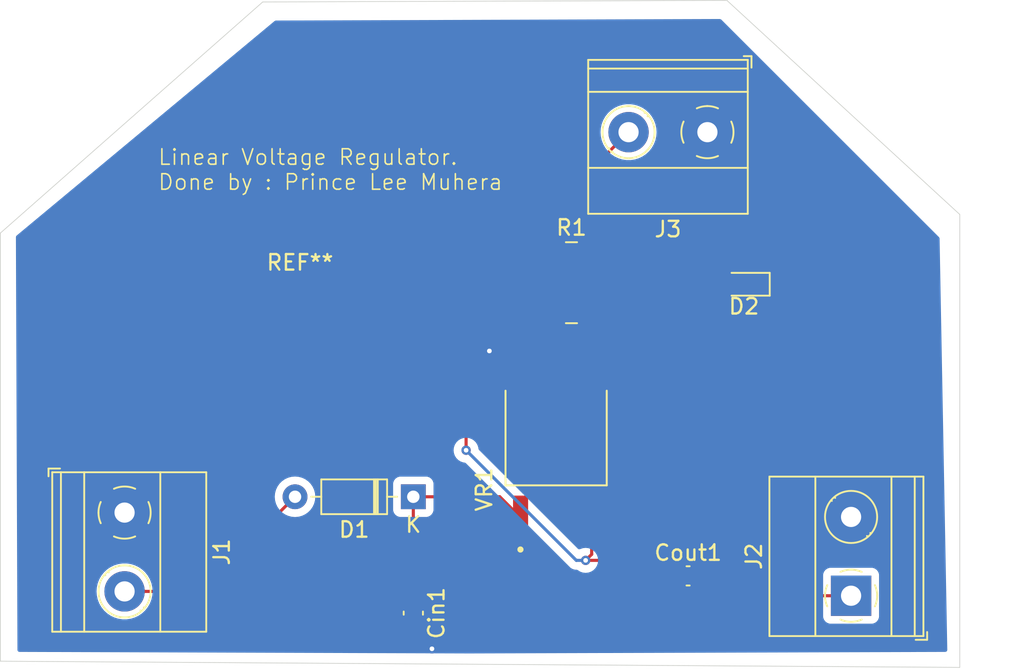
<source format=kicad_pcb>
(kicad_pcb (version 20240108) (generator "pcbnew") (generator_version "8.0")
  (title_block (title "LVR") (date "2024-07-08") (company "Prince Lee Muhera"))
  (layers (0 "F.Cu" signal) (31 "B.Cu" power "GnD") (34 "B.Paste" user) (35 "F.Paste" user) (36 "B.SilkS" user "B.Silkscreen") (37 "F.SilkS" user "F.Silkscreen") (38 "B.Mask" user) (39 "F.Mask" user) (44 "Edge.Cuts" user))
  (net 0 "")
  (net 1 "GND")
  (net 2 "Net-(D1-K)")
  (net 3 "+5V")
  (net 4 "Net-(D1-A)")
  (net 5 "Net-(D2-A)")
  (footprint "LVR module:TO229P990X252-3N" (layer "F.Cu") (at 127.6 66.4 90)
    (property "Reference" "VR1" (at -2.325 -4.635 90) (layer "F.SilkS"))
    (property "Value" "UA78M33CKVURG3")
    (fp_line (start 4.037 -3.26) (end -2.063 -3.26) (stroke (width 0.127)) (layer "F.SilkS"))
    (fp_line (start -2.063 -3.26) (end -2.063 3.26) (stroke (width 0.127)) (layer "F.SilkS"))
    (fp_line (start -2.063 3.26) (end 4.037 3.26) (stroke (width 0.127)) (layer "F.SilkS"))
    (fp_circle (center -6.2 -2.3) (end -6.1 -2.3) (stroke (width 0.2)) (fill none) (layer "F.SilkS"))
    (pad "1" smd rect (at -4.14 -2.29 90) (size 2.83 0.97) (layers "F.Cu" "F.Paste" "F.Mask") (net 2 "Net-(D1-K)"))
    (pad "3" smd rect (at -4.14 2.29 90) (size 2.83 0.97) (layers "F.Cu" "F.Paste" "F.Mask") (net 3 "+5V"))
    (pad "4" smd rect (at 2.51 0 90) (size 6.1 5.63) (layers "F.Cu" "F.Mask") (net 1 "GND"))
  )
  (footprint "Capacitor_SMD:C_0504_1310Metric_Pad0.83x1.28mm_HandSolder" (layer "F.Cu") (at 118.4 76.7 -90)
    (property "Reference" "Cin1" (at 0 -1.49 90) (layer "F.SilkS"))
    (property "Value" "0.33uF")
    (fp_line (start -0.101969 0.62) (end 0.101969 0.62) (stroke (width 0.12)) (layer "F.SilkS"))
    (fp_line (start -0.101969 -0.62) (end 0.101969 -0.62) (stroke (width 0.12)) (layer "F.SilkS"))
    (pad "1" smd roundrect (at -0.6275 0 270) (size 0.835 1.28) (layers "F.Cu" "F.Paste" "F.Mask") (net 2 "Net-(D1-K)"))
    (pad "2" smd roundrect (at 0.6275 0 270) (size 0.835 1.28) (layers "F.Cu" "F.Paste" "F.Mask") (net 1 "GND"))
  )
  (footprint "Diode_THT:D_DO-35_SOD27_P7.62mm_Horizontal" (layer "F.Cu") (at 118.4 69.2 180)
    (property "Reference" "D1" (at 3.81 -2.12 360) (layer "F.SilkS"))
    (property "Value" "1N4151")
    (fp_line (start 6.58 0) (end 5.93 0) (stroke (width 0.12)) (layer "F.SilkS"))
    (fp_line (start 5.93 1.12) (end 5.93 -1.12) (stroke (width 0.12)) (layer "F.SilkS"))
    (fp_line (start 5.93 -1.12) (end 1.69 -1.12) (stroke (width 0.12)) (layer "F.SilkS"))
    (fp_line (start 2.53 -1.12) (end 2.53 1.12) (stroke (width 0.12)) (layer "F.SilkS"))
    (fp_line (start 2.41 -1.12) (end 2.41 1.12) (stroke (width 0.12)) (layer "F.SilkS"))
    (fp_line (start 2.29 -1.12) (end 2.29 1.12) (stroke (width 0.12)) (layer "F.SilkS"))
    (fp_line (start 1.69 1.12) (end 5.93 1.12) (stroke (width 0.12)) (layer "F.SilkS"))
    (fp_line (start 1.69 -1.12) (end 1.69 1.12) (stroke (width 0.12)) (layer "F.SilkS"))
    (fp_line (start 1.04 0) (end 1.69 0) (stroke (width 0.12)) (layer "F.SilkS"))
    (fp_text user "K" (at 0 -1.8 360) (layer "F.SilkS"))
    (pad "1" thru_hole rect (at 0 0 180) (size 1.6 1.6) (drill 0.8) (layers "*.Cu" "*.Mask") (net 2 "Net-(D1-K)"))
    (pad "2" thru_hole oval (at 7.62 0 180) (size 1.6 1.6) (drill 0.8) (layers "*.Cu" "*.Mask") (net 4 "Net-(D1-A)"))
  )
  (footprint "TerminalBlock_Phoenix:TerminalBlock_Phoenix_MKDS-1,5-2-5.08_1x02_P5.08mm_Horizontal" (layer "F.Cu") (at 137.345 45.695 180)
    (property "Reference" "J3" (at 2.54 -6.26 360) (layer "F.SilkS"))
    (property "Value" "Screw_Terminal_01x02")
    (fp_line (start 7.68 -5.261) (end 7.68 4.66) (stroke (width 0.12)) (layer "F.SilkS"))
    (fp_line (start 6.355 -1.069) (end 6.308 -1.023) (stroke (width 0.12)) (layer "F.SilkS"))
    (fp_line (start 6.15 -1.275) (end 6.115 -1.239) (stroke (width 0.12)) (layer "F.SilkS"))
    (fp_line (start 4.046 1.239) (end 4.011 1.274) (stroke (width 0.12)) (layer "F.SilkS"))
    (fp_line (start 3.853 1.023) (end 3.806 1.069) (stroke (width 0.12)) (layer "F.SilkS"))
    (fp_line (start -2.6 4.66) (end 7.68 4.66) (stroke (width 0.12)) (layer "F.SilkS"))
    (fp_line (start -2.6 4.1) (end 7.68 4.1) (stroke (width 0.12)) (layer "F.SilkS"))
    (fp_line (start -2.6 2.6) (end 7.68 2.6) (stroke (width 0.12)) (layer "F.SilkS"))
    (fp_line (start -2.6 -2.301) (end 7.68 -2.301) (stroke (width 0.12)) (layer "F.SilkS"))
    (fp_line (start -2.6 -5.261) (end 7.68 -5.261) (stroke (width 0.12)) (layer "F.SilkS"))
    (fp_line (start -2.6 -5.261) (end -2.6 4.66) (stroke (width 0.12)) (layer "F.SilkS"))
    (fp_line (start -2.84 4.9) (end -2.34 4.9) (stroke (width 0.12)) (layer "F.SilkS"))
    (fp_line (start -2.84 4.16) (end -2.84 4.9) (stroke (width 0.12)) (layer "F.SilkS"))
    (fp_arc (start 1.535427 -0.683042) (mid 1.680501 0.000524) (end 1.535 0.684) (stroke (width 0.12)) (layer "F.SilkS"))
    (fp_arc (start 0.683318 1.534756) (mid 0.349292 1.643288) (end 0 1.68) (stroke (width 0.12)) (layer "F.SilkS"))
    (fp_arc (start 0.028805 1.680253) (mid -0.335551 1.646659) (end -0.684 1.535) (stroke (width 0.12)) (layer "F.SilkS"))
    (fp_arc (start -0.683042 -1.535427) (mid 0.000524 -1.680501) (end 0.684 -1.535) (stroke (width 0.12)) (layer "F.SilkS"))
    (fp_arc (start -1.535427 0.683042) (mid -1.680501 -0.000524) (end -1.535 -0.684) (stroke (width 0.12)) (layer "F.SilkS"))
    (fp_circle (center 5.08 0) (end 6.76 0) (stroke (width 0.12)) (fill none) (layer "F.SilkS"))
    (pad "1" thru_hole rect (at 0 0 180) (size 2.6 2.6) (drill 1.3) (layers "*.Cu" "*.Mask") (net 1 "GND"))
    (pad "2" thru_hole circle (at 5.08 0 180) (size 2.6 2.6) (drill 1.3) (layers "*.Cu" "*.Mask") (net 3 "+5V"))
  )
  (footprint "TerminalBlock_Phoenix:TerminalBlock_Phoenix_MKDS-1,5-2-5.08_1x02_P5.08mm_Horizontal" (layer "F.Cu") (at 146.6 75.58 90)
    (property "Reference" "J2" (at 2.54 -6.26 90) (layer "F.SilkS"))
    (property "Value" "Screw_Terminal_01x02")
    (fp_line (start 7.68 -5.261) (end 7.68 4.66) (stroke (width 0.12)) (layer "F.SilkS"))
    (fp_line (start -2.6 -5.261) (end 7.68 -5.261) (stroke (width 0.12)) (layer "F.SilkS"))
    (fp_line (start -2.6 -5.261) (end -2.6 4.66) (stroke (width 0.12)) (layer "F.SilkS"))
    (fp_line (start -2.6 -2.301) (end 7.68 -2.301) (stroke (width 0.12)) (layer "F.SilkS"))
    (fp_line (start 6.15 -1.275) (end 6.115 -1.239) (stroke (width 0.12)) (layer "F.SilkS"))
    (fp_line (start 6.355 -1.069) (end 6.308 -1.023) (stroke (width 0.12)) (layer "F.SilkS"))
    (fp_line (start 3.853 1.023) (end 3.806 1.069) (stroke (width 0.12)) (layer "F.SilkS"))
    (fp_line (start 4.046 1.239) (end 4.011 1.274) (stroke (width 0.12)) (layer "F.SilkS"))
    (fp_line (start -2.6 2.6) (end 7.68 2.6) (stroke (width 0.12)) (layer "F.SilkS"))
    (fp_line (start -2.6 4.1) (end 7.68 4.1) (stroke (width 0.12)) (layer "F.SilkS"))
    (fp_line (start -2.84 4.16) (end -2.84 4.9) (stroke (width 0.12)) (layer "F.SilkS"))
    (fp_line (start -2.6 4.66) (end 7.68 4.66) (stroke (width 0.12)) (layer "F.SilkS"))
    (fp_line (start -2.84 4.9) (end -2.34 4.9) (stroke (width 0.12)) (layer "F.SilkS"))
    (fp_arc (start -0.683042 -1.535427) (mid 0.000524 -1.680501) (end 0.684 -1.535) (stroke (width 0.12)) (layer "F.SilkS"))
    (fp_arc (start 1.535427 -0.683042) (mid 1.680501 0.000524) (end 1.535 0.684) (stroke (width 0.12)) (layer "F.SilkS"))
    (fp_arc (start -1.535427 0.683042) (mid -1.680501 -0.000524) (end -1.535 -0.684) (stroke (width 0.12)) (layer "F.SilkS"))
    (fp_arc (start 0.683318 1.534756) (mid 0.349292 1.643288) (end 0 1.68) (stroke (width 0.12)) (layer "F.SilkS"))
    (fp_arc (start 0.028805 1.680253) (mid -0.335551 1.646659) (end -0.684 1.535) (stroke (width 0.12)) (layer "F.SilkS"))
    (fp_circle (center 5.08 0) (end 6.76 0) (stroke (width 0.12)) (fill none) (layer "F.SilkS"))
    (pad "1" thru_hole rect (at 0 0 90) (size 2.6 2.6) (drill 1.3) (layers "*.Cu" "*.Mask") (net 3 "+5V"))
    (pad "2" thru_hole circle (at 5.08 0 90) (size 2.6 2.6) (drill 1.3) (layers "*.Cu" "*.Mask") (net 1 "GND"))
  )
  (footprint "Resistor_SMD:R_1020_2550Metric_Pad1.33x5.20mm_HandSolder" (layer "F.Cu") (at 128.5875 55.4)
    (property "Reference" "R1" (at 0 -3.55 360) (layer "F.SilkS"))
    (property "Value" "R_US")
    (fp_line (start -0.361252 -2.61) (end 0.361252 -2.61) (stroke (width 0.12)) (layer "F.SilkS"))
    (fp_line (start -0.361252 2.61) (end 0.361252 2.61) (stroke (width 0.12)) (layer "F.SilkS"))
    (pad "1" smd roundrect (at -1.2125 0) (size 1.325 5.2) (layers "F.Cu" "F.Paste" "F.Mask") (roundrect_rratio 0.188679) (net 3 "+5V"))
    (pad "2" smd roundrect (at 1.2125 0) (size 1.325 5.2) (layers "F.Cu" "F.Paste" "F.Mask") (roundrect_rratio 0.188679) (net 5 "Net-(D2-A)"))
  )
  (footprint "Symbol:Symbol_ESD-Logo_CopperTop" (layer "F.Cu") (at 107.4 59.3)
    (property "Reference" "REF**" (at 3.7 -5.2 0) (layer "F.SilkS"))
    (property "Value" "Symbol_ESD-Logo_CopperTop")
    (fp_line (start -5.15112 3.31216) (end 4.90982 3.3909) (stroke (width 0.3048)) (layer "F.Cu"))
    (fp_line (start -4.77012 2.75082) (end -3.64998 3.34264) (stroke (width 0.3048)) (layer "F.Cu"))
    (fp_line (start -4.5593 2.2225) (end -2.17932 3.36042) (stroke (width 0.3048)) (layer "F.Cu"))
    (fp_line (start -4.34086 1.66116) (end -1.14046 3.31216) (stroke (width 0.3048)) (layer "F.Cu"))
    (fp_line (start -4.03098 1.20142) (end -2.41046 1.99136) (stroke (width 0.3048)) (layer "F.Cu"))
    (fp_line (start -3.74904 0.65278) (end -2.46126 1.38176) (stroke (width 0.3048)) (layer "F.Cu"))
    (fp_line (start -3.55092 0.16256) (end -2.47904 0.75184) (stroke (width 0.3048)) (layer "F.Cu"))
    (fp_line (start -3.37058 -0.33782) (end -2.6289 0.06096) (stroke (width 0.3048)) (layer "F.Cu"))
    (fp_line (start -3.09118 -0.84836) (end -5.15112 3.31216) (stroke (width 0.3048)) (layer "F.Cu"))
    (fp_line (start -2.76098 -1.5875) (end -1.89992 -1.15824) (stroke (width 0.3048)) (layer "F.Cu"))
    (fp_line (start -2.50952 -1.9685) (end -1.6891 -1.48844) (stroke (width 0.3048)) (layer "F.Cu"))
    (fp_line (start -2.4892 1.10236) (end -1.99136 2.77114) (stroke (width 0.3048)) (layer "F.Cu"))
    (fp_line (start -2.46126 -0.56896) (end -3.09118 -0.84836) (stroke (width 0.3048)) (layer "F.Cu"))
    (fp_line (start -2.41046 1.99136) (end -2.37998 1.99136) (stroke (width 0.3048)) (layer "F.Cu"))
    (fp_line (start -2.37998 -0.57912) (end -2.4892 1.10236) (stroke (width 0.3048)) (layer "F.Cu"))
    (fp_line (start -2.23012 -2.44856) (end -1.31064 -1.81864) (stroke (width 0.3048)) (layer "F.Cu"))
    (fp_line (start -2.04978 -2.9591) (end -1.03124 -2.26822) (stroke (width 0.3048)) (layer "F.Cu"))
    (fp_line (start -1.99136 2.77114) (end -1.62052 2.35204) (stroke (width 0.3048)) (layer "F.Cu"))
    (fp_line (start -1.89992 -1.15824) (end -1.86944 -1.15824) (stroke (width 0.3048)) (layer "F.Cu"))
    (fp_line (start -1.84912 0.42164) (end -1.77038 -0.11938) (stroke (width 0.3048)) (layer "F.Cu"))
    (fp_line (start -1.84912 1.48082) (end -1.84912 0.42164) (stroke (width 0.3048)) (layer "F.Cu"))
    (fp_line (start -1.77038 -0.11938) (end -1.71958 -0.16764) (stroke (width 0.3048)) (layer "F.Cu"))
    (fp_line (start -1.71958 -3.59918) (end -0.44958 -2.80924) (stroke (width 0.3048)) (layer "F.Cu"))
    (fp_line (start -1.71958 -0.16764) (end -1.47066 -0.49784) (stroke (width 0.3048)) (layer "F.Cu"))
    (fp_line (start -1.62052 2.35204) (end -1.84912 1.48082) (stroke (width 0.3048)) (layer "F.Cu"))
    (fp_line (start -1.53924 2.37236) (end -0.02032 3.3909) (stroke (width 0.3048)) (layer "F.Cu"))
    (fp_line (start -1.51892 -0.1397) (end -1.51892 0.80264) (stroke (width 0.3048)) (layer "F.Cu"))
    (fp_line (start -1.51892 0.80264) (end -1.38938 1.64084) (stroke (width 0.3048)) (layer "F.Cu"))
    (fp_line (start -1.47066 -0.49784) (end -0.62992 -1.12776) (stroke (width 0.3048)) (layer "F.Cu"))
    (fp_line (start -1.38938 1.64084) (end -1.10998 1.87198) (stroke (width 0.3048)) (layer "F.Cu"))
    (fp_line (start -1.3589 -4.2291) (end 0.45974 -3.08864) (stroke (width 0.3048)) (layer "F.Cu"))
    (fp_line (start -1.31064 -1.81864) (end -1.31064 -1.83896) (stroke (width 0.3048)) (layer "F.Cu"))
    (fp_line (start -1.14046 0.16256) (end -0.70104 0.37084) (stroke (width 0.3048)) (layer "F.Cu"))
    (fp_line (start -1.10998 -0.6477) (end -0.77978 -0.49784) (stroke (width 0.3048)) (layer "F.Cu"))
    (fp_line (start -1.10998 1.87198) (end -1.01092 1.5621) (stroke (width 0.3048)) (layer "F.Cu"))
    (fp_line (start -1.01092 -4.86918) (end 1.19888 -3.41884) (stroke (width 0.3048)) (layer "F.Cu"))
    (fp_line (start -1.01092 1.5621) (end -1.14046 0.16256) (stroke (width 0.3048)) (layer "F.Cu"))
    (fp_line (start -0.86106 2.37236) (end -0.62992 2.68224) (stroke (width 0.3048)) (layer "F.Cu"))
    (fp_line (start -0.77978 -0.49784) (end -0.4191 -0.61722) (stroke (width 0.3048)) (layer "F.Cu"))
    (fp_line (start -0.7493 -5.3975) (end 1.85928 -3.64744) (stroke (width 0.3048)) (layer "F.Cu"))
    (fp_line (start -0.72898 0.98044) (end -0.29972 0.44196) (stroke (width 0.3048)) (layer "F.Cu"))
    (fp_line (start -0.70104 0.37084) (end -0.72898 0.98044) (stroke (width 0.3048)) (layer "F.Cu"))
    (fp_line (start -0.70104 1.59258) (end -0.86106 2.37236) (stroke (width 0.3048)) (layer "F.Cu"))
    (fp_line (start -0.65024 -2.64922) (end -1.8796 -1.13792) (stroke (width 0.3048)) (layer "F.Cu"))
    (fp_line (start -0.65024 -0.92964) (end 0.06096 -0.4191) (stroke (width 0.3048)) (layer "F.Cu"))
    (fp_line (start -0.62992 -1.12776) (end -0.40132 -1.27762) (stroke (width 0.3048)) (layer "F.Cu"))
    (fp_line (start -0.62992 2.68224) (end -0.32004 2.02184) (stroke (width 0.3048)) (layer "F.Cu"))
    (fp_line (start -0.44958 -2.80924) (end -0.4191 -2.80924) (stroke (width 0.3048)) (layer "F.Cu"))
    (fp_line (start -0.4191 -0.61722) (end 0.06096 -0.0889) (stroke (width 0.3048)) (layer "F.Cu"))
    (fp_line (start -0.40132 -1.27762) (end 0.45974 -0.18796) (stroke (width 0.3048)) (layer "F.Cu"))
    (fp_line (start -0.35052 -6.0579) (end 1.57988 -4.65836) (stroke (width 0.3048)) (layer "F.Cu"))
    (fp_line (start -0.35052 2.30124) (end 1.02108 3.31216) (stroke (width 0.3048)) (layer "F.Cu"))
    (fp_line (start -0.32004 2.02184) (end 0.1905 1.5113) (stroke (width 0.3048)) (layer "F.Cu"))
    (fp_line (start -0.29972 0.44196) (end -0.07112 0.5715) (stroke (width 0.3048)) (layer "F.Cu"))
    (fp_line (start -0.22098 1.99136) (end 0.07874 2.1717) (stroke (width 0.3048)) (layer "F.Cu"))
    (fp_line (start -0.0889 -6.6675) (end 0.94996 -5.92836) (stroke (width 0.3048)) (layer "F.Cu"))
    (fp_line (start 0.06096 -0.0889) (end 0.23876 0.14224) (stroke (width 0.3048)) (layer "F.Cu"))
    (fp_line (start 0.07874 2.1717) (end 0.10922 2.1717) (stroke (width 0.3048)) (layer "F.Cu"))
    (fp_line (start 0.1905 1.5113) (end 0.8001 0.98044) (stroke (width 0.3048)) (layer "F.Cu"))
    (fp_line (start 0.21082 -7.3787) (end -2.76098 -1.5875) (stroke (width 0.3048)) (layer "F.Cu"))
    (fp_line (start 0.23876 1.8415) (end 2.16916 3.29184) (stroke (width 0.3048)) (layer "F.Cu"))
    (fp_line (start 0.30988 0.32258) (end -0.70104 1.59258) (stroke (width 0.3048)) (layer "F.Cu"))
    (fp_line (start 0.30988 1.4605) (end 0.56896 1.81102) (stroke (width 0.3048)) (layer "F.Cu"))
    (fp_line (start 0.45974 -0.18796) (end 0.30988 0.32258) (stroke (width 0.3048)) (layer "F.Cu"))
    (fp_line (start 0.5207 1.4605) (end 3.25882 3.31216) (stroke (width 0.3048)) (layer "F.Cu"))
    (fp_line (start 1.02108 3.31216) (end 1.04902 3.31216) (stroke (width 0.3048)) (layer "F.Cu"))
    (fp_line (start 1.24968 -3.31724) (end -0.65024 -2.64922) (stroke (width 0.3048)) (layer "F.Cu"))
    (fp_line (start 1.61036 0.65278) (end 1.67894 0.6223) (stroke (width 0.3048)) (layer "F.Cu"))
    (fp_line (start 1.65862 0.54102) (end 2.16916 -0.28956) (stroke (width 0.3048)) (layer "F.Cu"))
    (fp_line (start 2.09042 -3.64744) (end 0.21082 -7.3787) (stroke (width 0.3048)) (layer "F.Cu"))
    (fp_line (start 2.1209 0.04064) (end 4.37896 1.38176) (stroke (width 0.3048)) (layer "F.Cu"))
    (fp_line (start 2.16916 -0.28956) (end 2.49936 -0.82804) (stroke (width 0.3048)) (layer "F.Cu"))
    (fp_line (start 2.19964 -3.59918) (end 1.24968 -3.31724) (stroke (width 0.3048)) (layer "F.Cu"))
    (fp_line (start 2.4511 -0.56896) (end 4.09956 0.72136) (stroke (width 0.3048)) (layer "F.Cu"))
    (fp_line (start 2.49936 -0.82804) (end 2.77876 -1.2573) (stroke (width 0.3048)) (layer "F.Cu"))
    (fp_line (start 2.70002 -1.0287) (end 3.54076 -0.39878) (stroke (width 0.3048)) (layer "F.Cu"))
    (fp_line (start 2.77876 -1.2573) (end 3.10896 -1.38938) (stroke (width 0.3048)) (layer "F.Cu"))
    (fp_line (start 3.15976 -1.3081) (end 4.96062 2.47142) (stroke (width 0.3048)) (layer "F.Cu"))
    (fp_line (start 3.25882 3.31216) (end 3.27914 3.31216) (stroke (width 0.3048)) (layer "F.Cu"))
    (fp_line (start 4.90982 3.3909) (end 0.86868 1.1811) (stroke (width 0.3048)) (layer "F.Cu"))
    (fp_line (start 4.96062 2.47142) (end 1.61036 0.65278) (stroke (width 0.3048)) (layer "F.Cu"))
  )
  (footprint "Capacitor_SMD:C_0504_1310Metric_Pad0.83x1.28mm_HandSolder" (layer "F.Cu") (at 136.1 74.3)
    (property "Reference" "Cout1" (at 0 -1.49 360) (layer "F.SilkS"))
    (property "Value" "0.1uF")
    (fp_line (start -0.101969 -0.62) (end 0.101969 -0.62) (stroke (width 0.12)) (layer "F.SilkS"))
    (fp_line (start -0.101969 0.62) (end 0.101969 0.62) (stroke (width 0.12)) (layer "F.SilkS"))
    (pad "1" smd roundrect (at -0.6275 0) (size 0.835 1.28) (layers "F.Cu" "F.Paste" "F.Mask") (net 3 "+5V"))
    (pad "2" smd roundrect (at 0.6275 0) (size 0.835 1.28) (layers "F.Cu" "F.Paste" "F.Mask") (net 1 "GND"))
  )
  (footprint "LED_SMD:LED_0603_1608Metric_Pad1.05x0.95mm_HandSolder" (layer "F.Cu") (at 139.7 55.5 180)
    (property "Reference" "D2" (at 0 -1.43 360) (layer "F.SilkS"))
    (property "Value" "LED")
    (fp_line (start 0.8 -0.735) (end -1.66 -0.735) (stroke (width 0.12)) (layer "F.SilkS"))
    (fp_line (start -1.66 0.735) (end 0.8 0.735) (stroke (width 0.12)) (layer "F.SilkS"))
    (fp_line (start -1.66 -0.735) (end -1.66 0.735) (stroke (width 0.12)) (layer "F.SilkS"))
    (pad "1" smd roundrect (at -0.875 0 180) (size 1.05 0.95) (layers "F.Cu" "F.Paste" "F.Mask") (net 1 "GND"))
    (pad "2" smd roundrect (at 0.875 0 180) (size 1.05 0.95) (layers "F.Cu" "F.Paste" "F.Mask") (net 5 "Net-(D2-A)"))
  )
  (footprint "TerminalBlock_Phoenix:TerminalBlock_Phoenix_MKDS-1,5-2-5.08_1x02_P5.08mm_Horizontal" (layer "F.Cu") (at 99.8 70.22 -90)
    (property "Reference" "J1" (at 2.54 -6.26 90) (layer "F.SilkS"))
    (property "Value" "Screw_Terminal_01x02")
    (fp_line (start -2.84 4.9) (end -2.34 4.9) (stroke (width 0.12)) (layer "F.SilkS"))
    (fp_line (start -2.6 4.66) (end 7.68 4.66) (stroke (width 0.12)) (layer "F.SilkS"))
    (fp_line (start -2.84 4.16) (end -2.84 4.9) (stroke (width 0.12)) (layer "F.SilkS"))
    (fp_line (start -2.6 4.1) (end 7.68 4.1) (stroke (width 0.12)) (layer "F.SilkS"))
    (fp_line (start -2.6 2.6) (end 7.68 2.6) (stroke (width 0.12)) (layer "F.SilkS"))
    (fp_line (start 4.046 1.239) (end 4.011 1.274) (stroke (width 0.12)) (layer "F.SilkS"))
    (fp_line (start 3.853 1.023) (end 3.806 1.069) (stroke (width 0.12)) (layer "F.SilkS"))
    (fp_line (start 6.355 -1.069) (end 6.308 -1.023) (stroke (width 0.12)) (layer "F.SilkS"))
    (fp_line (start 6.15 -1.275) (end 6.115 -1.239) (stroke (width 0.12)) (layer "F.SilkS"))
    (fp_line (start -2.6 -2.301) (end 7.68 -2.301) (stroke (width 0.12)) (layer "F.SilkS"))
    (fp_line (start -2.6 -5.261) (end -2.6 4.66) (stroke (width 0.12)) (layer "F.SilkS"))
    (fp_line (start -2.6 -5.261) (end 7.68 -5.261) (stroke (width 0.12)) (layer "F.SilkS"))
    (fp_line (start 7.68 -5.261) (end 7.68 4.66) (stroke (width 0.12)) (layer "F.SilkS"))
    (fp_arc (start 0.028805 1.680253) (mid -0.335551 1.646659) (end -0.684 1.535) (stroke (width 0.12)) (layer "F.SilkS"))
    (fp_arc (start 0.683318 1.534756) (mid 0.349292 1.643288) (end 0 1.68) (stroke (width 0.12)) (layer "F.SilkS"))
    (fp_arc (start -1.535427 0.683042) (mid -1.680501 -0.000524) (end -1.535 -0.684) (stroke (width 0.12)) (layer "F.SilkS"))
    (fp_arc (start 1.535427 -0.683042) (mid 1.680501 0.000524) (end 1.535 0.684) (stroke (width 0.12)) (layer "F.SilkS"))
    (fp_arc (start -0.683042 -1.535427) (mid 0.000524 -1.680501) (end 0.684 -1.535) (stroke (width 0.12)) (layer "F.SilkS"))
    (fp_circle (center 5.08 0) (end 6.76 0) (stroke (width 0.12)) (fill none) (layer "F.SilkS"))
    (pad "1" thru_hole rect (at 0 0 270) (size 2.6 2.6) (drill 1.3) (layers "*.Cu" "*.Mask") (net 1 "GND"))
    (pad "2" thru_hole circle (at 5.08 0 270) (size 2.6 2.6) (drill 1.3) (layers "*.Cu" "*.Mask") (net 4 "Net-(D1-A)"))
  )
  (gr_line (start 108.7 37.3) (end 138.6 37.2) (stroke (width 0.05)) (layer "Edge.Cuts"))
  (gr_line (start 153.6 80.2) (end 91.8 79.8) (stroke (width 0.05)) (layer "Edge.Cuts"))
  (gr_line (start 91.8 79.8) (end 91.8 52.2) (stroke (width 0.05)) (layer "Edge.Cuts"))
  (gr_line (start 153.6 51) (end 153.6 80.2) (stroke (width 0.05)) (layer "Edge.Cuts"))
  (gr_line (start 91.8 52.2) (end 108.7 37.3) (stroke (width 0.05)) (layer "Edge.Cuts"))
  (gr_line (start 138.6 37.2) (end 153.6 51) (stroke (width 0.05)) (layer "Edge.Cuts"))
  (gr_text "Linear Voltage Regulator. \nDone by : Prince Lee Muhera" (at 101.9 49.5 0) (layer "F.SilkS") (effects (font (size 1 1) (thickness 0.1)) (justify left bottom)))
  (segment (start 140.575 55.5) (end 140.575 48.925) (width 0.2) (layer "F.Cu") (net 1))
  (segment (start 119.6 78.5275) (end 119.6 79) (width 0.2) (layer "F.Cu") (net 1))
  (segment (start 136.7275 74.3) (end 140.5275 70.5) (width 0.2) (layer "F.Cu") (net 1))
  (segment (start 140.5275 70.5) (end 146.6 70.5) (width 0.2) (layer "F.Cu") (net 1))
  (segment (start 127.6 63.89) (end 123.51 59.8) (width 0.2) (layer "F.Cu") (net 1))
  (segment (start 136.7275 73.66) (end 127.6 64.5325) (width 0.2) (layer "F.Cu") (net 1))
  (segment (start 136.7275 74.3) (end 136.7275 73.66) (width 0.2) (layer "F.Cu") (net 1))
  (segment (start 127.6 64.5325) (end 127.6 63.89) (width 0.2) (layer "F.Cu") (net 1))
  (segment (start 118.4 77.3275) (end 119.6 78.5275) (width 0.2) (layer "F.Cu") (net 1))
  (segment (start 123.51 59.8) (end 123.3 59.8) (width 0.2) (layer "F.Cu") (net 1))
  (segment (start 140.575 48.925) (end 137.345 45.695) (width 0.2) (layer "F.Cu") (net 1))
  (via (at 123.3 59.8) (size 0.6) (drill 0.3) (layers "F.Cu" "B.Cu") (net 1))
  (via (at 119.6 79) (size 0.6) (drill 0.3) (layers "F.Cu" "B.Cu") (net 1))
  (segment (start 118.4 69.2) (end 123.97 69.2) (width 0.2) (layer "F.Cu") (net 2))
  (segment (start 123.97 69.2) (end 125.31 70.54) (width 0.2) (layer "F.Cu") (net 2))
  (segment (start 118.4 69.2) (end 118.4 76.0725) (width 0.2) (layer "F.Cu") (net 2))
  (segment (start 146.4 75.2) (end 146.36 75.24) (width 0.2) (layer "F.Cu") (net 3))
  (segment (start 134.4725 73.3) (end 129.5 73.3) (width 0.2) (layer "F.Cu") (net 3))
  (segment (start 129.89 72.91) (end 129.89 70.54) (width 0.2) (layer "F.Cu") (net 3))
  (segment (start 132.265 45.695) (end 127.375 50.585) (width 0.2) (layer "F.Cu") (net 3))
  (segment (start 135.4725 75) (end 135.4725 74.3) (width 0.2) (layer "F.Cu") (net 3))
  (segment (start 146.6 75.58) (end 136.0525 75.58) (width 0.2) (layer "F.Cu") (net 3))
  (segment (start 127.375 55.4) (end 126.7125 55.4) (width 0.2) (layer "F.Cu") (net 3))
  (segment (start 129.5 73.3) (end 129.89 72.91) (width 0.2) (layer "F.Cu") (net 3))
  (segment (start 126.7125 55.4) (end 121.8 60.3125) (width 0.2) (layer "F.Cu") (net 3))
  (segment (start 129.89 70.54) (end 130.0675 70.54) (width 0.2) (layer "F.Cu") (net 3))
  (segment (start 136.0525 75.58) (end 135.4725 75) (width 0.2) (layer "F.Cu") (net 3))
  (segment (start 121.8 60.3125) (end 121.8 66.2) (width 0.2) (layer "F.Cu") (net 3))
  (segment (start 127.375 50.585) (end 127.375 55.4) (width 0.2) (layer "F.Cu") (net 3))
  (segment (start 135.4725 74.3) (end 134.4725 73.3) (width 0.2) (layer "F.Cu") (net 3))
  (via (at 129.5 73.3) (size 0.6) (drill 0.3) (layers "F.Cu" "B.Cu") (net 3))
  (via (at 121.8 66.2) (size 0.6) (drill 0.3) (layers "F.Cu" "B.Cu") (net 3))
  (segment (start 128.9 73.3) (end 129.5 73.3) (width 0.2) (layer "B.Cu") (net 3))
  (segment (start 121.8 66.2) (end 128.9 73.3) (width 0.2) (layer "B.Cu") (net 3))
  (segment (start 104.68 75.3) (end 110.78 69.2) (width 0.2) (layer "F.Cu") (net 4))
  (segment (start 99.8 75.3) (end 104.68 75.3) (width 0.2) (layer "F.Cu") (net 4))
  (segment (start 129.8 55.4) (end 138.725 55.4) (width 0.2) (layer "F.Cu") (net 5))
  (segment (start 138.725 55.4) (end 138.825 55.5) (width 0.2) (layer "F.Cu") (net 5))
  (zone (net 1) (net_name "GND") (layer "B.Cu") (connect_pads yes (clearance 0.5)) (min_thickness 0.25) (fill yes (thermal_gap 0.5) (thermal_bridge_width 0.5))
    (polygon (pts (xy 92.8 52.4) (xy 109.5 38.5) (xy 138.2 38.4) (xy 152.3 52.5) (xy 152.8 79.2) (xy 122 79.3) (xy 92.9 79.2)))
  )
)
</source>
